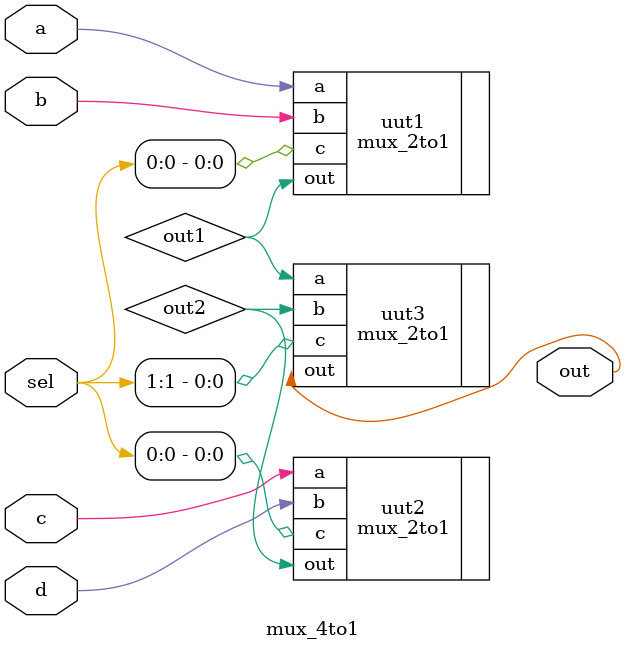
<source format=v>
module mux_4to1( // Using 3 2to1 mux
    input a,
    input b,
    input c,
    input d,
    input [1:0]sel,
    output out
    );
    
    wire out1;
    wire out2;
    
    mux_2to1 uut1(.a(a), .b(b), .c(sel[0]), .out(out1));
    mux_2to1 uut2(.a(c), .b(d), .c(sel[0]), .out(out2));
    mux_2to1 uut3(.a(out1), .b(out2), .c(sel[1]), .out(out));
    
endmodule

</source>
